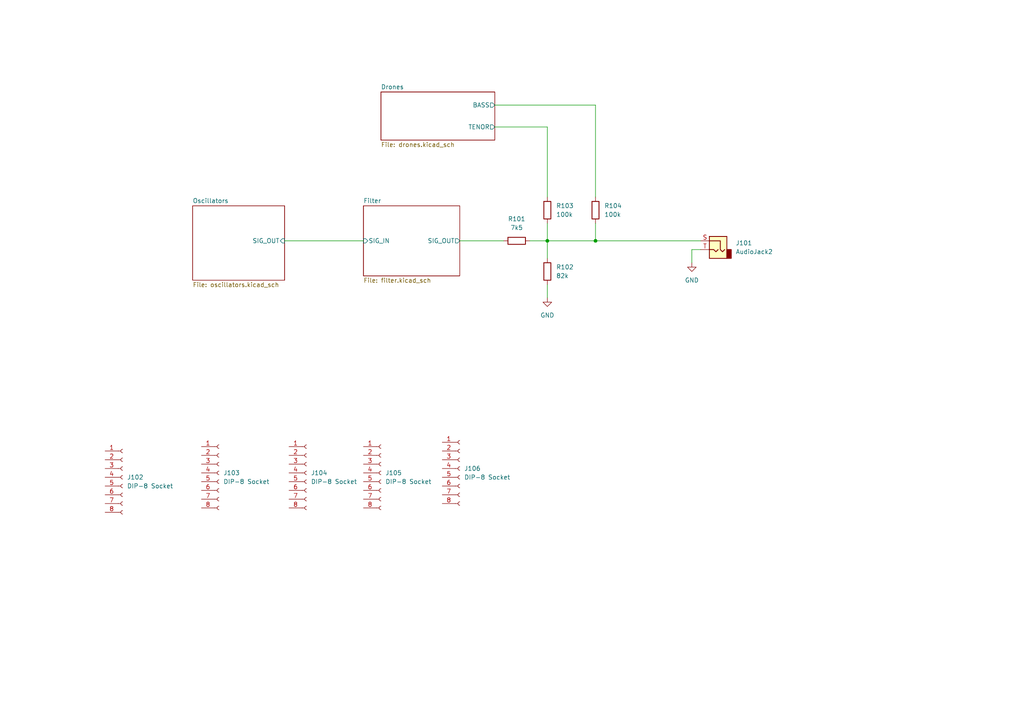
<source format=kicad_sch>
(kicad_sch (version 20230121) (generator eeschema)
  (paper "A4")
  (lib_symbols
    (symbol "Connector:Conn_01x08_Socket" (pin_names (offset 1.016) hide)
      (property "Reference" "J" (at 0 10.16 0))
      (property "Value" "Conn_01x08_Socket" (at 0 -12.7 0))
      (symbol "Conn_01x08_Socket_1_1"
        (arc (start 0 -9.652) (mid -0.5058 -10.16) (end 0 -10.668) (stroke (width 0.1524)))
        (arc (start 0 -7.112) (mid -0.5058 -7.62) (end 0 -8.128) (stroke (width 0.1524)))
        (arc (start 0 -4.572) (mid -0.5058 -5.08) (end 0 -5.588) (stroke (width 0.1524)))
        (arc (start 0 -2.032) (mid -0.5058 -2.54) (end 0 -3.048) (stroke (width 0.1524)))
        (polyline (pts (xy -1.27 -10.16) (xy -0.508 -10.16)) (stroke (width 0.1524)))
        (polyline (pts (xy -1.27 -7.62) (xy -0.508 -7.62)) (stroke (width 0.1524)))
        (polyline (pts (xy -1.27 -5.08) (xy -0.508 -5.08)) (stroke (width 0.1524)))
        (polyline (pts (xy -1.27 -2.54) (xy -0.508 -2.54)) (stroke (width 0.1524)))
        (polyline (pts (xy -1.27 0) (xy -0.508 0)) (stroke (width 0.1524)))
        (polyline (pts (xy -1.27 2.54) (xy -0.508 2.54)) (stroke (width 0.1524)))
        (polyline (pts (xy -1.27 5.08) (xy -0.508 5.08)) (stroke (width 0.1524)))
        (polyline (pts (xy -1.27 7.62) (xy -0.508 7.62)) (stroke (width 0.1524)))
        (arc (start 0 0.508) (mid -0.5058 0) (end 0 -0.508) (stroke (width 0.1524)))
        (arc (start 0 3.048) (mid -0.5058 2.54) (end 0 2.032) (stroke (width 0.1524)))
        (arc (start 0 5.588) (mid -0.5058 5.08) (end 0 4.572) (stroke (width 0.1524)))
        (arc (start 0 8.128) (mid -0.5058 7.62) (end 0 7.112) (stroke (width 0.1524)))
        (pin passive line (at -5.08 7.62 0) (length 3.81) (name "Pin_1") (number "1"))
        (pin passive line (at -5.08 5.08 0) (length 3.81) (name "Pin_2") (number "2"))
        (pin passive line (at -5.08 2.54 0) (length 3.81) (name "Pin_3") (number "3"))
        (pin passive line (at -5.08 0 0) (length 3.81) (name "Pin_4") (number "4"))
        (pin passive line (at -5.08 -2.54 0) (length 3.81) (name "Pin_5") (number "5"))
        (pin passive line (at -5.08 -5.08 0) (length 3.81) (name "Pin_6") (number "6"))
        (pin passive line (at -5.08 -7.62 0) (length 3.81) (name "Pin_7") (number "7"))
        (pin passive line (at -5.08 -10.16 0) (length 3.81) (name "Pin_8") (number "8"))
      )
    )
    (symbol "Connector_Audio:AudioJack2"
      (property "Reference" "J" (at 0 8.89 0))
      (property "Value" "AudioJack2" (at 0 6.35 0))
      (symbol "AudioJack2_0_1"
        (rectangle (start -3.81 0) (end -2.54 -2.54) (stroke (width 0.254)) (fill (type outline)))
        (rectangle (start -2.54 3.81) (end 2.54 -2.54) (stroke (width 0.254)) (fill (type background)))
        (polyline (pts (xy 0 0) (xy 0.635 -0.635) (xy 1.27 0) (xy 2.54 0)) (stroke (width 0.254)))
        (polyline (pts (xy 2.54 2.54) (xy -0.635 2.54) (xy -0.635 0) (xy -1.27 -0.635) (xy -1.905 0)) (stroke (width 0.254)))
      )
      (symbol "AudioJack2_1_1"
        (pin passive line (at 5.08 2.54 180) (length 2.54) (name "~") (number "S"))
        (pin passive line (at 5.08 0 180) (length 2.54) (name "~") (number "T"))
      )
    )
    (symbol "Device:R" (pin_numbers hide) (pin_names (offset 0))
      (property "Reference" "R" (at 2.032 0 90))
      (property "Value" "R" (at 0 0 90))
      (symbol "R_0_1"
        (rectangle (start -1.016 -2.54) (end 1.016 2.54) (stroke (width 0.254)))
      )
      (symbol "R_1_1"
        (pin passive line (at 0 3.81 270) (length 1.27) (name "~") (number "1"))
        (pin passive line (at 0 -3.81 90) (length 1.27) (name "~") (number "2"))
      )
    )
    (symbol "power:GND" (power) (pin_names (offset 0))
      (property "Value" "GND" (at 0 -3.81 0))
      (symbol "GND_0_1"
        (polyline (pts (xy 0 0) (xy 0 -1.27) (xy 1.27 -1.27) (xy 0 -2.54) (xy -1.27 -1.27) (xy 0 -1.27)))
      )
      (symbol "GND_1_1"
        (pin power_in line (at 0 0 270) (length 0) hide (name "GND") (number "1"))
      )
    )
  )
  (junction (at 172.72 69.85))
  (junction (at 158.75 69.85))
  (wire (pts (xy 153.67 69.85) (xy 158.75 69.85)))
  (wire (pts (xy 133.35 69.85) (xy 146.05 69.85)))
  (wire (pts (xy 172.72 69.85) (xy 203.2 69.85)))
  (wire (pts (xy 172.72 69.85) (xy 172.72 64.77)))
  (wire (pts (xy 143.51 30.48) (xy 172.72 30.48)))
  (wire (pts (xy 200.66 72.39) (xy 200.66 76.2)))
  (wire (pts (xy 158.75 69.85) (xy 158.75 74.93)))
  (wire (pts (xy 158.75 36.83) (xy 158.75 57.15)))
  (wire (pts (xy 82.55 69.85) (xy 105.41 69.85)))
  (wire (pts (xy 172.72 30.48) (xy 172.72 57.15)))
  (wire (pts (xy 203.2 72.39) (xy 200.66 72.39)))
  (wire (pts (xy 158.75 69.85) (xy 172.72 69.85)))
  (wire (pts (xy 143.51 36.83) (xy 158.75 36.83)))
  (wire (pts (xy 158.75 82.55) (xy 158.75 86.36)))
  (wire (pts (xy 158.75 64.77) (xy 158.75 69.85)))
  (symbol (lib_id "Connector:Conn_01x08_Socket") (at 35.56 138.43 0) (unit 1)
    (property "Reference" "J102" (at 36.83 138.43 0) (effects (justify left)))
    (property "Value" "DIP-8 Socket" (at 36.83 140.97 0) (effects (justify left)))
    (property "DPN" "A120347-ND" (effects hide))
  )
  (symbol (lib_id "Device:R") (at 149.86 69.85 90) (unit 1)
    (property "Reference" "R101" (at 149.86 63.5 90))
    (property "Value" "7k5" (at 149.86 66.04 90))
    (property "DPN" "7.50KXBK-ND" (effects hide))
  )
  (symbol (lib_id "power:GND") (at 158.75 86.36 0) (unit 1)
    (property "Reference" "#PWR0101" (effects hide))
    (property "Value" "GND" (at 158.75 91.44 0))
  )
  (symbol (lib_id "Connector:Conn_01x08_Socket") (at 63.5 137.16 0) (unit 1)
    (property "Reference" "J103" (at 64.77 137.16 0) (effects (justify left)))
    (property "Value" "DIP-8 Socket" (at 64.77 139.7 0) (effects (justify left)))
    (property "DPN" "A120347-ND" (effects hide))
  )
  (symbol (lib_id "Connector_Audio:AudioJack2") (at 208.28 72.39 0) (mirror y) (unit 1)
    (property "Reference" "J101" (at 213.36 70.485 0) (effects (justify right)))
    (property "Value" "AudioJack2" (at 213.36 73.025 0) (effects (justify right)))
    (property "DPN" "CP-3506-ND" (effects hide))
  )
  (symbol (lib_id "Connector:Conn_01x08_Socket") (at 88.9 137.16 0) (unit 1)
    (property "Reference" "J104" (at 90.17 137.16 0) (effects (justify left)))
    (property "Value" "DIP-8 Socket" (at 90.17 139.7 0) (effects (justify left)))
    (property "DPN" "A120347-ND" (effects hide))
  )
  (symbol (lib_id "Device:R") (at 158.75 60.96 0) (unit 1)
    (property "Reference" "R103" (at 161.29 59.69 0) (effects (justify left)))
    (property "Value" "100k" (at 161.29 62.23 0) (effects (justify left)))
    (property "DPN" "RNF14FTD100KTR-ND" (effects hide))
  )
  (symbol (lib_id "Device:R") (at 158.75 78.74 0) (unit 1)
    (property "Reference" "R102" (at 161.29 77.47 0) (effects (justify left)))
    (property "Value" "82k" (at 161.29 80.01 0) (effects (justify left)))
    (property "DPN" "13-MFR-25FTE52-82KCT-ND" (effects hide))
  )
  (symbol (lib_id "Connector:Conn_01x08_Socket") (at 133.35 135.89 0) (unit 1)
    (property "Reference" "J106" (at 134.62 135.89 0) (effects (justify left)))
    (property "Value" "DIP-8 Socket" (at 134.62 138.43 0) (effects (justify left)))
    (property "DPN" "A120347-ND" (effects hide))
  )
  (symbol (lib_id "Device:R") (at 172.72 60.96 0) (unit 1)
    (property "Reference" "R104" (at 175.26 59.69 0) (effects (justify left)))
    (property "Value" "100k" (at 175.26 62.23 0) (effects (justify left)))
    (property "DPN" "RNF14FTD100KTR-ND" (effects hide))
  )
  (symbol (lib_id "Connector:Conn_01x08_Socket") (at 110.49 137.16 0) (unit 1)
    (property "Reference" "J105" (at 111.76 137.16 0) (effects (justify left)))
    (property "Value" "DIP-8 Socket" (at 111.76 139.7 0) (effects (justify left)))
    (property "DPN" "A120347-ND" (effects hide))
  )
  (symbol (lib_id "power:GND") (at 200.66 76.2 0) (unit 1)
    (property "Reference" "#PWR0102" (effects hide))
    (property "Value" "GND" (at 200.66 81.28 0))
  )
  (sheet (at 105.41 59.69) (size 27.94 20.32) (stroke (width 0.1524))
    (property "Sheetname" "Filter" (at 105.41 58.9784 0) (effects (justify left bottom)))
    (property "Sheetfile" "filter.kicad_sch" (at 105.41 80.5946 0) (effects (justify left top)))
    (pin "SIG_IN" input (at 105.41 69.85 180))
    (pin "SIG_OUT" output (at 133.35 69.85 0))
  )
  (sheet (at 55.88 59.69) (size 26.67 21.59) (stroke (width 0.1524))
    (property "Sheetname" "Oscillators" (at 55.88 58.9784 0) (effects (justify left bottom)))
    (property "Sheetfile" "oscillators.kicad_sch" (at 55.88 81.8646 0) (effects (justify left top)))
    (pin "SIG_OUT" input (at 82.55 69.85 0))
  )
  (sheet (at 110.49 26.67) (size 33.02 13.97) (stroke (width 0.1524))
    (property "Sheetname" "Drones" (at 110.49 25.9584 0) (effects (justify left bottom)))
    (property "Sheetfile" "drones.kicad_sch" (at 110.49 41.2246 0) (effects (justify left top)))
    (pin "BASS" output (at 143.51 30.48 0))
    (pin "TENOR" output (at 143.51 36.83 0))
  )
)
</source>
